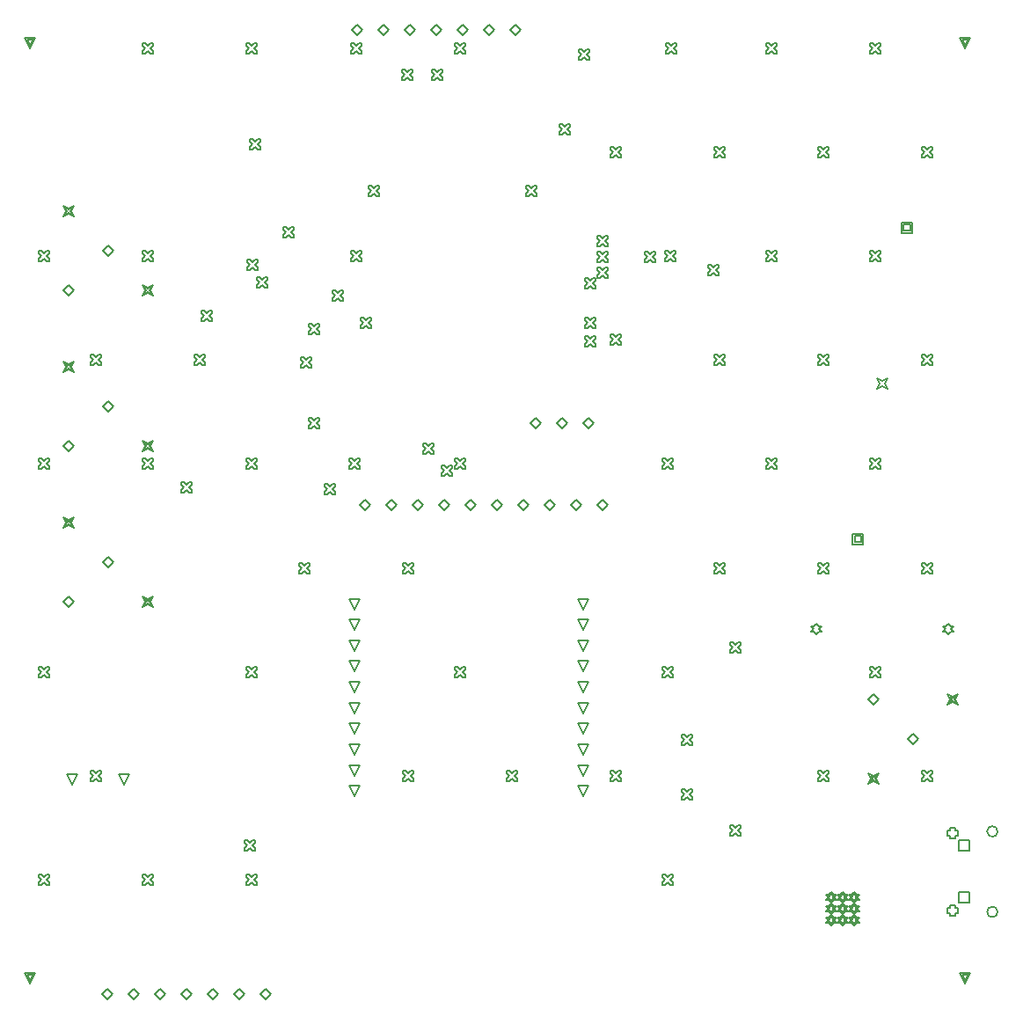
<source format=gbr>
%TF.GenerationSoftware,Altium Limited,Altium Designer,22.7.1 (60)*%
G04 Layer_Color=2752767*
%FSLAX43Y43*%
%MOMM*%
%TF.SameCoordinates,2B380584-264C-487A-9C59-0A3591007A03*%
%TF.FilePolarity,Positive*%
%TF.FileFunction,Drawing*%
%TF.Part,Single*%
G01*
G75*
%TA.AperFunction,NonConductor*%
%ADD69C,0.127*%
%ADD110C,0.169*%
D69*
X35941Y96266D02*
X36449Y96774D01*
X36957Y96266D01*
X36449Y95758D01*
X35941Y96266D01*
X38481D02*
X38989Y96774D01*
X39497Y96266D01*
X38989Y95758D01*
X38481Y96266D01*
X43561D02*
X44069Y96774D01*
X44577Y96266D01*
X44069Y95758D01*
X43561Y96266D01*
X48641D02*
X49149Y96774D01*
X49657Y96266D01*
X49149Y95758D01*
X48641Y96266D01*
X51181D02*
X51689Y96774D01*
X52197Y96266D01*
X51689Y95758D01*
X51181Y96266D01*
X46101D02*
X46609Y96774D01*
X47117Y96266D01*
X46609Y95758D01*
X46101Y96266D01*
X41021D02*
X41529Y96774D01*
X42037Y96266D01*
X41529Y95758D01*
X41021Y96266D01*
X27112Y3500D02*
X27620Y4008D01*
X28128Y3500D01*
X27620Y2992D01*
X27112Y3500D01*
X24572D02*
X25080Y4008D01*
X25588Y3500D01*
X25080Y2992D01*
X24572Y3500D01*
X19492D02*
X20000Y4008D01*
X20508Y3500D01*
X20000Y2992D01*
X19492Y3500D01*
X14412D02*
X14920Y4008D01*
X15428Y3500D01*
X14920Y2992D01*
X14412Y3500D01*
X11872D02*
X12380Y4008D01*
X12888Y3500D01*
X12380Y2992D01*
X11872Y3500D01*
X16952D02*
X17460Y4008D01*
X17968Y3500D01*
X17460Y2992D01*
X16952Y3500D01*
X22032D02*
X22540Y4008D01*
X23048Y3500D01*
X22540Y2992D01*
X22032Y3500D01*
X93546Y11261D02*
Y11007D01*
X94054D01*
Y11261D01*
X94308D01*
Y11769D01*
X94054D01*
Y12023D01*
X93546D01*
Y11769D01*
X93292D01*
Y11261D01*
X93546D01*
X94392Y12232D02*
Y13248D01*
X95408D01*
Y12232D01*
X94392D01*
X93546Y18711D02*
Y18457D01*
X94054D01*
Y18711D01*
X94308D01*
Y19219D01*
X94054D01*
Y19473D01*
X93546D01*
Y19219D01*
X93292D01*
Y18711D01*
X93546D01*
X94392Y17232D02*
Y18248D01*
X95408D01*
Y17232D01*
X94392D01*
X86514Y61728D02*
X86768Y62236D01*
X86514Y62744D01*
X87022Y62490D01*
X87530Y62744D01*
X87276Y62236D01*
X87530Y61728D01*
X87022Y61982D01*
X86514Y61728D01*
X93372Y38103D02*
X93626Y38357D01*
X93880D01*
X93626Y38611D01*
X93880Y38865D01*
X93626D01*
X93372Y39119D01*
X93118Y38865D01*
X92864D01*
X93118Y38611D01*
X92864Y38357D01*
X93118D01*
X93372Y38103D01*
X80672D02*
X80926Y38357D01*
X81180D01*
X80926Y38611D01*
X81180Y38865D01*
X80926D01*
X80672Y39119D01*
X80418Y38865D01*
X80164D01*
X80418Y38611D01*
X80164Y38357D01*
X80418D01*
X80672Y38103D01*
X88864Y76713D02*
Y77729D01*
X89880D01*
Y76713D01*
X88864D01*
X89067Y76916D02*
Y77526D01*
X89677D01*
Y76916D01*
X89067D01*
X84164Y46743D02*
Y47759D01*
X85180D01*
Y46743D01*
X84164D01*
X84367Y46946D02*
Y47556D01*
X84977D01*
Y46946D01*
X84367D01*
X36244Y40492D02*
X35736Y41508D01*
X36752D01*
X36244Y40492D01*
Y38492D02*
X35736Y39508D01*
X36752D01*
X36244Y38492D01*
Y36492D02*
X35736Y37508D01*
X36752D01*
X36244Y36492D01*
Y22492D02*
X35736Y23508D01*
X36752D01*
X36244Y22492D01*
Y24492D02*
X35736Y25508D01*
X36752D01*
X36244Y24492D01*
Y26492D02*
X35736Y27508D01*
X36752D01*
X36244Y26492D01*
Y28492D02*
X35736Y29508D01*
X36752D01*
X36244Y28492D01*
Y30492D02*
X35736Y31508D01*
X36752D01*
X36244Y30492D01*
Y32492D02*
X35736Y33508D01*
X36752D01*
X36244Y32492D01*
Y34492D02*
X35736Y35508D01*
X36752D01*
X36244Y34492D01*
X58244Y40492D02*
X57736Y41508D01*
X58752D01*
X58244Y40492D01*
Y38492D02*
X57736Y39508D01*
X58752D01*
X58244Y38492D01*
Y36492D02*
X57736Y37508D01*
X58752D01*
X58244Y36492D01*
Y22492D02*
X57736Y23508D01*
X58752D01*
X58244Y22492D01*
Y24492D02*
X57736Y25508D01*
X58752D01*
X58244Y24492D01*
Y26492D02*
X57736Y27508D01*
X58752D01*
X58244Y26492D01*
Y28492D02*
X57736Y29508D01*
X58752D01*
X58244Y28492D01*
Y30492D02*
X57736Y31508D01*
X58752D01*
X58244Y30492D01*
Y32492D02*
X57736Y33508D01*
X58752D01*
X58244Y32492D01*
Y34492D02*
X57736Y35508D01*
X58752D01*
X58244Y34492D01*
X58206Y58404D02*
X58714Y58912D01*
X59222Y58404D01*
X58714Y57896D01*
X58206Y58404D01*
X55666D02*
X56174Y58912D01*
X56682Y58404D01*
X56174Y57896D01*
X55666Y58404D01*
X53126D02*
X53634Y58912D01*
X54142Y58404D01*
X53634Y57896D01*
X53126Y58404D01*
X11992Y75000D02*
X12500Y75508D01*
X13008Y75000D01*
X12500Y74492D01*
X11992Y75000D01*
X8182Y71190D02*
X8690Y71698D01*
X9198Y71190D01*
X8690Y70682D01*
X8182Y71190D01*
Y78302D02*
X8436Y78810D01*
X8182Y79318D01*
X8690Y79064D01*
X9198Y79318D01*
X8944Y78810D01*
X9198Y78302D01*
X8690Y78556D01*
X8182Y78302D01*
X8385Y78505D02*
X8538Y78810D01*
X8385Y79115D01*
X8690Y78962D01*
X8995Y79115D01*
X8842Y78810D01*
X8995Y78505D01*
X8690Y78658D01*
X8385Y78505D01*
X15802Y70682D02*
X16056Y71190D01*
X15802Y71698D01*
X16310Y71444D01*
X16818Y71698D01*
X16564Y71190D01*
X16818Y70682D01*
X16310Y70936D01*
X15802Y70682D01*
X16005Y70885D02*
X16158Y71190D01*
X16005Y71495D01*
X16310Y71342D01*
X16615Y71495D01*
X16462Y71190D01*
X16615Y70885D01*
X16310Y71038D01*
X16005Y70885D01*
X11992Y60000D02*
X12500Y60508D01*
X13008Y60000D01*
X12500Y59492D01*
X11992Y60000D01*
X8182Y56190D02*
X8690Y56698D01*
X9198Y56190D01*
X8690Y55682D01*
X8182Y56190D01*
Y63302D02*
X8436Y63810D01*
X8182Y64318D01*
X8690Y64064D01*
X9198Y64318D01*
X8944Y63810D01*
X9198Y63302D01*
X8690Y63556D01*
X8182Y63302D01*
X8385Y63505D02*
X8538Y63810D01*
X8385Y64115D01*
X8690Y63962D01*
X8995Y64115D01*
X8842Y63810D01*
X8995Y63505D01*
X8690Y63658D01*
X8385Y63505D01*
X15802Y55682D02*
X16056Y56190D01*
X15802Y56698D01*
X16310Y56444D01*
X16818Y56698D01*
X16564Y56190D01*
X16818Y55682D01*
X16310Y55936D01*
X15802Y55682D01*
X16005Y55885D02*
X16158Y56190D01*
X16005Y56495D01*
X16310Y56342D01*
X16615Y56495D01*
X16462Y56190D01*
X16615Y55885D01*
X16310Y56038D01*
X16005Y55885D01*
X11992Y45000D02*
X12500Y45508D01*
X13008Y45000D01*
X12500Y44492D01*
X11992Y45000D01*
X8182Y41190D02*
X8690Y41698D01*
X9198Y41190D01*
X8690Y40682D01*
X8182Y41190D01*
Y48302D02*
X8436Y48810D01*
X8182Y49318D01*
X8690Y49064D01*
X9198Y49318D01*
X8944Y48810D01*
X9198Y48302D01*
X8690Y48556D01*
X8182Y48302D01*
X8385Y48505D02*
X8538Y48810D01*
X8385Y49115D01*
X8690Y48962D01*
X8995Y49115D01*
X8842Y48810D01*
X8995Y48505D01*
X8690Y48658D01*
X8385Y48505D01*
X15802Y40682D02*
X16056Y41190D01*
X15802Y41698D01*
X16310Y41444D01*
X16818Y41698D01*
X16564Y41190D01*
X16818Y40682D01*
X16310Y40936D01*
X15802Y40682D01*
X16005Y40885D02*
X16158Y41190D01*
X16005Y41495D01*
X16310Y41342D01*
X16615Y41495D01*
X16462Y41190D01*
X16615Y40885D01*
X16310Y41038D01*
X16005Y40885D01*
X89492Y28000D02*
X90000Y28508D01*
X90508Y28000D01*
X90000Y27492D01*
X89492Y28000D01*
X85682Y31810D02*
X86190Y32318D01*
X86698Y31810D01*
X86190Y31302D01*
X85682Y31810D01*
X93302Y31302D02*
X93556Y31810D01*
X93302Y32318D01*
X93810Y32064D01*
X94318Y32318D01*
X94064Y31810D01*
X94318Y31302D01*
X93810Y31556D01*
X93302Y31302D01*
X93505Y31505D02*
X93658Y31810D01*
X93505Y32115D01*
X93810Y31962D01*
X94115Y32115D01*
X93962Y31810D01*
X94115Y31505D01*
X93810Y31658D01*
X93505Y31505D01*
X85682Y23682D02*
X85936Y24190D01*
X85682Y24698D01*
X86190Y24444D01*
X86698Y24698D01*
X86444Y24190D01*
X86698Y23682D01*
X86190Y23936D01*
X85682Y23682D01*
X85885Y23885D02*
X86038Y24190D01*
X85885Y24495D01*
X86190Y24342D01*
X86495Y24495D01*
X86342Y24190D01*
X86495Y23885D01*
X86190Y24038D01*
X85885Y23885D01*
X36703Y50546D02*
X37211Y51054D01*
X37719Y50546D01*
X37211Y50038D01*
X36703Y50546D01*
X41783D02*
X42291Y51054D01*
X42799Y50546D01*
X42291Y50038D01*
X41783Y50546D01*
X46863D02*
X47371Y51054D01*
X47879Y50546D01*
X47371Y50038D01*
X46863Y50546D01*
X51943D02*
X52451Y51054D01*
X52959Y50546D01*
X52451Y50038D01*
X51943Y50546D01*
X59563D02*
X60071Y51054D01*
X60579Y50546D01*
X60071Y50038D01*
X59563Y50546D01*
X57023D02*
X57531Y51054D01*
X58039Y50546D01*
X57531Y50038D01*
X57023Y50546D01*
X54483D02*
X54991Y51054D01*
X55499Y50546D01*
X54991Y50038D01*
X54483Y50546D01*
X49403D02*
X49911Y51054D01*
X50419Y50546D01*
X49911Y50038D01*
X49403Y50546D01*
X44323D02*
X44831Y51054D01*
X45339Y50546D01*
X44831Y50038D01*
X44323Y50546D01*
X39243D02*
X39751Y51054D01*
X40259Y50546D01*
X39751Y50038D01*
X39243Y50546D01*
X9057Y23622D02*
X8549Y24638D01*
X9565D01*
X9057Y23622D01*
X14057D02*
X13549Y24638D01*
X14565D01*
X14057Y23622D01*
X5000Y4492D02*
X4492Y5508D01*
X5508D01*
X5000Y4492D01*
Y4695D02*
X4695Y5305D01*
X5305D01*
X5000Y4695D01*
X95000Y4492D02*
X94492Y5508D01*
X95508D01*
X95000Y4492D01*
Y4695D02*
X94695Y5305D01*
X95305D01*
X95000Y4695D01*
Y94492D02*
X94492Y95508D01*
X95508D01*
X95000Y94492D01*
Y94695D02*
X94695Y95305D01*
X95305D01*
X95000Y94695D01*
X5000Y94492D02*
X4492Y95508D01*
X5508D01*
X5000Y94492D01*
Y94695D02*
X4695Y95305D01*
X5305D01*
X5000Y94695D01*
X59563Y75438D02*
X59817D01*
X60071Y75692D01*
X60325Y75438D01*
X60579D01*
Y75692D01*
X60325Y75946D01*
X60579Y76200D01*
Y76454D01*
X60325D01*
X60071Y76200D01*
X59817Y76454D01*
X59563D01*
Y76200D01*
X59817Y75946D01*
X59563Y75692D01*
Y75438D01*
Y72390D02*
X59817D01*
X60071Y72644D01*
X60325Y72390D01*
X60579D01*
Y72644D01*
X60325Y72898D01*
X60579Y73152D01*
Y73406D01*
X60325D01*
X60071Y73152D01*
X59817Y73406D01*
X59563D01*
Y73152D01*
X59817Y72898D01*
X59563Y72644D01*
Y72390D01*
Y73914D02*
X59817D01*
X60071Y74168D01*
X60325Y73914D01*
X60579D01*
Y74168D01*
X60325Y74422D01*
X60579Y74676D01*
Y74930D01*
X60325D01*
X60071Y74676D01*
X59817Y74930D01*
X59563D01*
Y74676D01*
X59817Y74422D01*
X59563Y74168D01*
Y73914D01*
X66140Y93965D02*
X66394D01*
X66648Y94219D01*
X66902Y93965D01*
X67156D01*
Y94219D01*
X66902Y94473D01*
X67156Y94727D01*
Y94981D01*
X66902D01*
X66648Y94727D01*
X66394Y94981D01*
X66140D01*
Y94727D01*
X66394Y94473D01*
X66140Y94219D01*
Y93965D01*
X43614Y91440D02*
X43868D01*
X44122Y91694D01*
X44376Y91440D01*
X44630D01*
Y91694D01*
X44376Y91948D01*
X44630Y92202D01*
Y92456D01*
X44376D01*
X44122Y92202D01*
X43868Y92456D01*
X43614D01*
Y92202D01*
X43868Y91948D01*
X43614Y91694D01*
Y91440D01*
X35718Y53975D02*
X35972D01*
X36226Y54229D01*
X36480Y53975D01*
X36734D01*
Y54229D01*
X36480Y54483D01*
X36734Y54737D01*
Y54991D01*
X36480D01*
X36226Y54737D01*
X35972Y54991D01*
X35718D01*
Y54737D01*
X35972Y54483D01*
X35718Y54229D01*
Y53975D01*
X29337Y76242D02*
X29591D01*
X29845Y76496D01*
X30099Y76242D01*
X30353D01*
Y76496D01*
X30099Y76750D01*
X30353Y77004D01*
Y77258D01*
X30099D01*
X29845Y77004D01*
X29591Y77258D01*
X29337D01*
Y77004D01*
X29591Y76750D01*
X29337Y76496D01*
Y76242D01*
X66072Y73965D02*
X66326D01*
X66580Y74219D01*
X66834Y73965D01*
X67088D01*
Y74219D01*
X66834Y74473D01*
X67088Y74727D01*
Y74981D01*
X66834D01*
X66580Y74727D01*
X66326Y74981D01*
X66072D01*
Y74727D01*
X66326Y74473D01*
X66072Y74219D01*
Y73965D01*
X64103Y73914D02*
X64357D01*
X64611Y74168D01*
X64865Y73914D01*
X65119D01*
Y74168D01*
X64865Y74422D01*
X65119Y74676D01*
Y74930D01*
X64865D01*
X64611Y74676D01*
X64357Y74930D01*
X64103D01*
Y74676D01*
X64357Y74422D01*
X64103Y74168D01*
Y73914D01*
X5832Y73965D02*
X6086D01*
X6340Y74219D01*
X6594Y73965D01*
X6848D01*
Y74219D01*
X6594Y74473D01*
X6848Y74727D01*
Y74981D01*
X6594D01*
X6340Y74727D01*
X6086Y74981D01*
X5832D01*
Y74727D01*
X6086Y74473D01*
X5832Y74219D01*
Y73965D01*
X31038Y63758D02*
X31292D01*
X31546Y64012D01*
X31801Y63758D01*
X32055D01*
Y64012D01*
X31801Y64267D01*
X32055Y64521D01*
Y64774D01*
X31801D01*
X31546Y64521D01*
X31292Y64774D01*
X31038D01*
Y64521D01*
X31292Y64267D01*
X31038Y64012D01*
Y63758D01*
X31818Y66995D02*
X32072D01*
X32326Y67249D01*
X32580Y66995D01*
X32834D01*
Y67249D01*
X32580Y67503D01*
X32834Y67757D01*
Y68011D01*
X32580D01*
X32326Y67757D01*
X32072Y68011D01*
X31818D01*
Y67757D01*
X32072Y67503D01*
X31818Y67249D01*
Y66995D01*
X37523Y80264D02*
X37777D01*
X38031Y80518D01*
X38285Y80264D01*
X38539D01*
Y80518D01*
X38285Y80772D01*
X38539Y81026D01*
Y81280D01*
X38285D01*
X38031Y81026D01*
X37777Y81280D01*
X37523D01*
Y81026D01*
X37777Y80772D01*
X37523Y80518D01*
Y80264D01*
X31818Y57896D02*
X32072D01*
X32326Y58150D01*
X32580Y57896D01*
X32834D01*
Y58150D01*
X32580Y58404D01*
X32834Y58658D01*
Y58912D01*
X32580D01*
X32326Y58658D01*
X32072Y58912D01*
X31818D01*
Y58658D01*
X32072Y58404D01*
X31818Y58150D01*
Y57896D01*
X33321Y51520D02*
X33575D01*
X33829Y51774D01*
X34083Y51520D01*
X34337D01*
Y51774D01*
X34083Y52028D01*
X34337Y52282D01*
Y52536D01*
X34083D01*
X33829Y52282D01*
X33575Y52536D01*
X33321D01*
Y52282D01*
X33575Y52028D01*
X33321Y51774D01*
Y51520D01*
X35832Y73965D02*
X36086D01*
X36340Y74219D01*
X36594Y73965D01*
X36848D01*
Y74219D01*
X36594Y74473D01*
X36848Y74727D01*
Y74981D01*
X36594D01*
X36340Y74727D01*
X36086Y74981D01*
X35832D01*
Y74727D01*
X36086Y74473D01*
X35832Y74219D01*
Y73965D01*
X57785Y93345D02*
X58039D01*
X58293Y93599D01*
X58547Y93345D01*
X58801D01*
Y93599D01*
X58547Y93853D01*
X58801Y94107D01*
Y94361D01*
X58547D01*
X58293Y94107D01*
X58039Y94361D01*
X57785D01*
Y94107D01*
X58039Y93853D01*
X57785Y93599D01*
Y93345D01*
X19558Y51696D02*
X19812D01*
X20066Y51950D01*
X20320Y51696D01*
X20574D01*
Y51950D01*
X20320Y52204D01*
X20574Y52458D01*
Y52712D01*
X20320D01*
X20066Y52458D01*
X19812Y52712D01*
X19558D01*
Y52458D01*
X19812Y52204D01*
X19558Y51950D01*
Y51696D01*
X25908Y73152D02*
X26162D01*
X26416Y73406D01*
X26670Y73152D01*
X26924D01*
Y73406D01*
X26670Y73660D01*
X26924Y73914D01*
Y74168D01*
X26670D01*
X26416Y73914D01*
X26162Y74168D01*
X25908D01*
Y73914D01*
X26162Y73660D01*
X25908Y73406D01*
Y73152D01*
X34106Y70170D02*
X34360D01*
X34614Y70424D01*
X34868Y70170D01*
X35122D01*
Y70424D01*
X34868Y70678D01*
X35122Y70932D01*
Y71186D01*
X34868D01*
X34614Y70932D01*
X34360Y71186D01*
X34106D01*
Y70932D01*
X34360Y70678D01*
X34106Y70424D01*
Y70170D01*
X80832Y63965D02*
X81086D01*
X81340Y64219D01*
X81594Y63965D01*
X81848D01*
Y64219D01*
X81594Y64473D01*
X81848Y64727D01*
Y64981D01*
X81594D01*
X81340Y64727D01*
X81086Y64981D01*
X80832D01*
Y64727D01*
X81086Y64473D01*
X80832Y64219D01*
Y63965D01*
X85832Y93965D02*
X86086D01*
X86340Y94219D01*
X86594Y93965D01*
X86848D01*
Y94219D01*
X86594Y94473D01*
X86848Y94727D01*
Y94981D01*
X86594D01*
X86340Y94727D01*
X86086Y94981D01*
X85832D01*
Y94727D01*
X86086Y94473D01*
X85832Y94219D01*
Y93965D01*
X90832Y83965D02*
X91086D01*
X91340Y84219D01*
X91594Y83965D01*
X91848D01*
Y84219D01*
X91594Y84473D01*
X91848Y84727D01*
Y84981D01*
X91594D01*
X91340Y84727D01*
X91086Y84981D01*
X90832D01*
Y84727D01*
X91086Y84473D01*
X90832Y84219D01*
Y83965D01*
X85832Y73965D02*
X86086D01*
X86340Y74219D01*
X86594Y73965D01*
X86848D01*
Y74219D01*
X86594Y74473D01*
X86848Y74727D01*
Y74981D01*
X86594D01*
X86340Y74727D01*
X86086Y74981D01*
X85832D01*
Y74727D01*
X86086Y74473D01*
X85832Y74219D01*
Y73965D01*
X90832Y63965D02*
X91086D01*
X91340Y64219D01*
X91594Y63965D01*
X91848D01*
Y64219D01*
X91594Y64473D01*
X91848Y64727D01*
Y64981D01*
X91594D01*
X91340Y64727D01*
X91086Y64981D01*
X90832D01*
Y64727D01*
X91086Y64473D01*
X90832Y64219D01*
Y63965D01*
X85832Y53965D02*
X86086D01*
X86340Y54219D01*
X86594Y53965D01*
X86848D01*
Y54219D01*
X86594Y54473D01*
X86848Y54727D01*
Y54981D01*
X86594D01*
X86340Y54727D01*
X86086Y54981D01*
X85832D01*
Y54727D01*
X86086Y54473D01*
X85832Y54219D01*
Y53965D01*
X90832Y43965D02*
X91086D01*
X91340Y44219D01*
X91594Y43965D01*
X91848D01*
Y44219D01*
X91594Y44473D01*
X91848Y44727D01*
Y44981D01*
X91594D01*
X91340Y44727D01*
X91086Y44981D01*
X90832D01*
Y44727D01*
X91086Y44473D01*
X90832Y44219D01*
Y43965D01*
X85832Y33965D02*
X86086D01*
X86340Y34219D01*
X86594Y33965D01*
X86848D01*
Y34219D01*
X86594Y34473D01*
X86848Y34727D01*
Y34981D01*
X86594D01*
X86340Y34727D01*
X86086Y34981D01*
X85832D01*
Y34727D01*
X86086Y34473D01*
X85832Y34219D01*
Y33965D01*
X90832Y23965D02*
X91086D01*
X91340Y24219D01*
X91594Y23965D01*
X91848D01*
Y24219D01*
X91594Y24473D01*
X91848Y24727D01*
Y24981D01*
X91594D01*
X91340Y24727D01*
X91086Y24981D01*
X90832D01*
Y24727D01*
X91086Y24473D01*
X90832Y24219D01*
Y23965D01*
X75832Y93965D02*
X76086D01*
X76340Y94219D01*
X76594Y93965D01*
X76848D01*
Y94219D01*
X76594Y94473D01*
X76848Y94727D01*
Y94981D01*
X76594D01*
X76340Y94727D01*
X76086Y94981D01*
X75832D01*
Y94727D01*
X76086Y94473D01*
X75832Y94219D01*
Y93965D01*
X80832Y83965D02*
X81086D01*
X81340Y84219D01*
X81594Y83965D01*
X81848D01*
Y84219D01*
X81594Y84473D01*
X81848Y84727D01*
Y84981D01*
X81594D01*
X81340Y84727D01*
X81086Y84981D01*
X80832D01*
Y84727D01*
X81086Y84473D01*
X80832Y84219D01*
Y83965D01*
X75832Y73965D02*
X76086D01*
X76340Y74219D01*
X76594Y73965D01*
X76848D01*
Y74219D01*
X76594Y74473D01*
X76848Y74727D01*
Y74981D01*
X76594D01*
X76340Y74727D01*
X76086Y74981D01*
X75832D01*
Y74727D01*
X76086Y74473D01*
X75832Y74219D01*
Y73965D01*
Y53965D02*
X76086D01*
X76340Y54219D01*
X76594Y53965D01*
X76848D01*
Y54219D01*
X76594Y54473D01*
X76848Y54727D01*
Y54981D01*
X76594D01*
X76340Y54727D01*
X76086Y54981D01*
X75832D01*
Y54727D01*
X76086Y54473D01*
X75832Y54219D01*
Y53965D01*
X80832Y43965D02*
X81086D01*
X81340Y44219D01*
X81594Y43965D01*
X81848D01*
Y44219D01*
X81594Y44473D01*
X81848Y44727D01*
Y44981D01*
X81594D01*
X81340Y44727D01*
X81086Y44981D01*
X80832D01*
Y44727D01*
X81086Y44473D01*
X80832Y44219D01*
Y43965D01*
Y23965D02*
X81086D01*
X81340Y24219D01*
X81594Y23965D01*
X81848D01*
Y24219D01*
X81594Y24473D01*
X81848Y24727D01*
Y24981D01*
X81594D01*
X81340Y24727D01*
X81086Y24981D01*
X80832D01*
Y24727D01*
X81086Y24473D01*
X80832Y24219D01*
Y23965D01*
X70832Y83965D02*
X71086D01*
X71340Y84219D01*
X71594Y83965D01*
X71848D01*
Y84219D01*
X71594Y84473D01*
X71848Y84727D01*
Y84981D01*
X71594D01*
X71340Y84727D01*
X71086Y84981D01*
X70832D01*
Y84727D01*
X71086Y84473D01*
X70832Y84219D01*
Y83965D01*
Y63965D02*
X71086D01*
X71340Y64219D01*
X71594Y63965D01*
X71848D01*
Y64219D01*
X71594Y64473D01*
X71848Y64727D01*
Y64981D01*
X71594D01*
X71340Y64727D01*
X71086Y64981D01*
X70832D01*
Y64727D01*
X71086Y64473D01*
X70832Y64219D01*
Y63965D01*
X65832Y53965D02*
X66086D01*
X66340Y54219D01*
X66594Y53965D01*
X66848D01*
Y54219D01*
X66594Y54473D01*
X66848Y54727D01*
Y54981D01*
X66594D01*
X66340Y54727D01*
X66086Y54981D01*
X65832D01*
Y54727D01*
X66086Y54473D01*
X65832Y54219D01*
Y53965D01*
X70832Y43965D02*
X71086D01*
X71340Y44219D01*
X71594Y43965D01*
X71848D01*
Y44219D01*
X71594Y44473D01*
X71848Y44727D01*
Y44981D01*
X71594D01*
X71340Y44727D01*
X71086Y44981D01*
X70832D01*
Y44727D01*
X71086Y44473D01*
X70832Y44219D01*
Y43965D01*
X65832Y33965D02*
X66086D01*
X66340Y34219D01*
X66594Y33965D01*
X66848D01*
Y34219D01*
X66594Y34473D01*
X66848Y34727D01*
Y34981D01*
X66594D01*
X66340Y34727D01*
X66086Y34981D01*
X65832D01*
Y34727D01*
X66086Y34473D01*
X65832Y34219D01*
Y33965D01*
Y13965D02*
X66086D01*
X66340Y14219D01*
X66594Y13965D01*
X66848D01*
Y14219D01*
X66594Y14473D01*
X66848Y14727D01*
Y14981D01*
X66594D01*
X66340Y14727D01*
X66086Y14981D01*
X65832D01*
Y14727D01*
X66086Y14473D01*
X65832Y14219D01*
Y13965D01*
X60832Y83965D02*
X61086D01*
X61340Y84219D01*
X61594Y83965D01*
X61848D01*
Y84219D01*
X61594Y84473D01*
X61848Y84727D01*
Y84981D01*
X61594D01*
X61340Y84727D01*
X61086Y84981D01*
X60832D01*
Y84727D01*
X61086Y84473D01*
X60832Y84219D01*
Y83965D01*
Y23965D02*
X61086D01*
X61340Y24219D01*
X61594Y23965D01*
X61848D01*
Y24219D01*
X61594Y24473D01*
X61848Y24727D01*
Y24981D01*
X61594D01*
X61340Y24727D01*
X61086Y24981D01*
X60832D01*
Y24727D01*
X61086Y24473D01*
X60832Y24219D01*
Y23965D01*
X45832Y93965D02*
X46086D01*
X46340Y94219D01*
X46594Y93965D01*
X46848D01*
Y94219D01*
X46594Y94473D01*
X46848Y94727D01*
Y94981D01*
X46594D01*
X46340Y94727D01*
X46086Y94981D01*
X45832D01*
Y94727D01*
X46086Y94473D01*
X45832Y94219D01*
Y93965D01*
Y53965D02*
X46086D01*
X46340Y54219D01*
X46594Y53965D01*
X46848D01*
Y54219D01*
X46594Y54473D01*
X46848Y54727D01*
Y54981D01*
X46594D01*
X46340Y54727D01*
X46086Y54981D01*
X45832D01*
Y54727D01*
X46086Y54473D01*
X45832Y54219D01*
Y53965D01*
Y33965D02*
X46086D01*
X46340Y34219D01*
X46594Y33965D01*
X46848D01*
Y34219D01*
X46594Y34473D01*
X46848Y34727D01*
Y34981D01*
X46594D01*
X46340Y34727D01*
X46086Y34981D01*
X45832D01*
Y34727D01*
X46086Y34473D01*
X45832Y34219D01*
Y33965D01*
X50832Y23965D02*
X51086D01*
X51340Y24219D01*
X51594Y23965D01*
X51848D01*
Y24219D01*
X51594Y24473D01*
X51848Y24727D01*
Y24981D01*
X51594D01*
X51340Y24727D01*
X51086Y24981D01*
X50832D01*
Y24727D01*
X51086Y24473D01*
X50832Y24219D01*
Y23965D01*
X35832Y93965D02*
X36086D01*
X36340Y94219D01*
X36594Y93965D01*
X36848D01*
Y94219D01*
X36594Y94473D01*
X36848Y94727D01*
Y94981D01*
X36594D01*
X36340Y94727D01*
X36086Y94981D01*
X35832D01*
Y94727D01*
X36086Y94473D01*
X35832Y94219D01*
Y93965D01*
X40832Y43965D02*
X41086D01*
X41340Y44219D01*
X41594Y43965D01*
X41848D01*
Y44219D01*
X41594Y44473D01*
X41848Y44727D01*
Y44981D01*
X41594D01*
X41340Y44727D01*
X41086Y44981D01*
X40832D01*
Y44727D01*
X41086Y44473D01*
X40832Y44219D01*
Y43965D01*
Y23965D02*
X41086D01*
X41340Y24219D01*
X41594Y23965D01*
X41848D01*
Y24219D01*
X41594Y24473D01*
X41848Y24727D01*
Y24981D01*
X41594D01*
X41340Y24727D01*
X41086Y24981D01*
X40832D01*
Y24727D01*
X41086Y24473D01*
X40832Y24219D01*
Y23965D01*
X25832Y93965D02*
X26086D01*
X26340Y94219D01*
X26594Y93965D01*
X26848D01*
Y94219D01*
X26594Y94473D01*
X26848Y94727D01*
Y94981D01*
X26594D01*
X26340Y94727D01*
X26086Y94981D01*
X25832D01*
Y94727D01*
X26086Y94473D01*
X25832Y94219D01*
Y93965D01*
Y53965D02*
X26086D01*
X26340Y54219D01*
X26594Y53965D01*
X26848D01*
Y54219D01*
X26594Y54473D01*
X26848Y54727D01*
Y54981D01*
X26594D01*
X26340Y54727D01*
X26086Y54981D01*
X25832D01*
Y54727D01*
X26086Y54473D01*
X25832Y54219D01*
Y53965D01*
X30832Y43965D02*
X31086D01*
X31340Y44219D01*
X31594Y43965D01*
X31848D01*
Y44219D01*
X31594Y44473D01*
X31848Y44727D01*
Y44981D01*
X31594D01*
X31340Y44727D01*
X31086Y44981D01*
X30832D01*
Y44727D01*
X31086Y44473D01*
X30832Y44219D01*
Y43965D01*
X25832Y33965D02*
X26086D01*
X26340Y34219D01*
X26594Y33965D01*
X26848D01*
Y34219D01*
X26594Y34473D01*
X26848Y34727D01*
Y34981D01*
X26594D01*
X26340Y34727D01*
X26086Y34981D01*
X25832D01*
Y34727D01*
X26086Y34473D01*
X25832Y34219D01*
Y33965D01*
Y13965D02*
X26086D01*
X26340Y14219D01*
X26594Y13965D01*
X26848D01*
Y14219D01*
X26594Y14473D01*
X26848Y14727D01*
Y14981D01*
X26594D01*
X26340Y14727D01*
X26086Y14981D01*
X25832D01*
Y14727D01*
X26086Y14473D01*
X25832Y14219D01*
Y13965D01*
X15832Y93965D02*
X16086D01*
X16340Y94219D01*
X16594Y93965D01*
X16848D01*
Y94219D01*
X16594Y94473D01*
X16848Y94727D01*
Y94981D01*
X16594D01*
X16340Y94727D01*
X16086Y94981D01*
X15832D01*
Y94727D01*
X16086Y94473D01*
X15832Y94219D01*
Y93965D01*
Y73965D02*
X16086D01*
X16340Y74219D01*
X16594Y73965D01*
X16848D01*
Y74219D01*
X16594Y74473D01*
X16848Y74727D01*
Y74981D01*
X16594D01*
X16340Y74727D01*
X16086Y74981D01*
X15832D01*
Y74727D01*
X16086Y74473D01*
X15832Y74219D01*
Y73965D01*
X20832Y63965D02*
X21086D01*
X21340Y64219D01*
X21594Y63965D01*
X21848D01*
Y64219D01*
X21594Y64473D01*
X21848Y64727D01*
Y64981D01*
X21594D01*
X21340Y64727D01*
X21086Y64981D01*
X20832D01*
Y64727D01*
X21086Y64473D01*
X20832Y64219D01*
Y63965D01*
X15832Y53965D02*
X16086D01*
X16340Y54219D01*
X16594Y53965D01*
X16848D01*
Y54219D01*
X16594Y54473D01*
X16848Y54727D01*
Y54981D01*
X16594D01*
X16340Y54727D01*
X16086Y54981D01*
X15832D01*
Y54727D01*
X16086Y54473D01*
X15832Y54219D01*
Y53965D01*
Y13965D02*
X16086D01*
X16340Y14219D01*
X16594Y13965D01*
X16848D01*
Y14219D01*
X16594Y14473D01*
X16848Y14727D01*
Y14981D01*
X16594D01*
X16340Y14727D01*
X16086Y14981D01*
X15832D01*
Y14727D01*
X16086Y14473D01*
X15832Y14219D01*
Y13965D01*
X10832Y63965D02*
X11086D01*
X11340Y64219D01*
X11594Y63965D01*
X11848D01*
Y64219D01*
X11594Y64473D01*
X11848Y64727D01*
Y64981D01*
X11594D01*
X11340Y64727D01*
X11086Y64981D01*
X10832D01*
Y64727D01*
X11086Y64473D01*
X10832Y64219D01*
Y63965D01*
X5832Y53965D02*
X6086D01*
X6340Y54219D01*
X6594Y53965D01*
X6848D01*
Y54219D01*
X6594Y54473D01*
X6848Y54727D01*
Y54981D01*
X6594D01*
X6340Y54727D01*
X6086Y54981D01*
X5832D01*
Y54727D01*
X6086Y54473D01*
X5832Y54219D01*
Y53965D01*
Y33965D02*
X6086D01*
X6340Y34219D01*
X6594Y33965D01*
X6848D01*
Y34219D01*
X6594Y34473D01*
X6848Y34727D01*
Y34981D01*
X6594D01*
X6340Y34727D01*
X6086Y34981D01*
X5832D01*
Y34727D01*
X6086Y34473D01*
X5832Y34219D01*
Y33965D01*
X10832Y23965D02*
X11086D01*
X11340Y24219D01*
X11594Y23965D01*
X11848D01*
Y24219D01*
X11594Y24473D01*
X11848Y24727D01*
Y24981D01*
X11594D01*
X11340Y24727D01*
X11086Y24981D01*
X10832D01*
Y24727D01*
X11086Y24473D01*
X10832Y24219D01*
Y23965D01*
X5832Y13965D02*
X6086D01*
X6340Y14219D01*
X6594Y13965D01*
X6848D01*
Y14219D01*
X6594Y14473D01*
X6848Y14727D01*
Y14981D01*
X6594D01*
X6340Y14727D01*
X6086Y14981D01*
X5832D01*
Y14727D01*
X6086Y14473D01*
X5832Y14219D01*
Y13965D01*
X26776Y71431D02*
X27030D01*
X27284Y71685D01*
X27538Y71431D01*
X27792D01*
Y71685D01*
X27538Y71939D01*
X27792Y72193D01*
Y72447D01*
X27538D01*
X27284Y72193D01*
X27030Y72447D01*
X26776D01*
Y72193D01*
X27030Y71939D01*
X26776Y71685D01*
Y71431D01*
X60832Y65978D02*
X61086D01*
X61340Y66232D01*
X61594Y65978D01*
X61848D01*
Y66232D01*
X61594Y66486D01*
X61848Y66740D01*
Y66994D01*
X61594D01*
X61340Y66740D01*
X61086Y66994D01*
X60832D01*
Y66740D01*
X61086Y66486D01*
X60832Y66232D01*
Y65978D01*
X36803Y67564D02*
X37057D01*
X37311Y67818D01*
X37565Y67564D01*
X37819D01*
Y67818D01*
X37565Y68072D01*
X37819Y68326D01*
Y68580D01*
X37565D01*
X37311Y68326D01*
X37057Y68580D01*
X36803D01*
Y68326D01*
X37057Y68072D01*
X36803Y67818D01*
Y67564D01*
X26133Y84709D02*
X26387D01*
X26641Y84963D01*
X26895Y84709D01*
X27149D01*
Y84963D01*
X26895Y85217D01*
X27149Y85471D01*
Y85725D01*
X26895D01*
X26641Y85471D01*
X26387Y85725D01*
X26133D01*
Y85471D01*
X26387Y85217D01*
X26133Y84963D01*
Y84709D01*
X44611Y53340D02*
X44865D01*
X45119Y53594D01*
X45373Y53340D01*
X45627D01*
Y53594D01*
X45373Y53848D01*
X45627Y54102D01*
Y54356D01*
X45373D01*
X45119Y54102D01*
X44865Y54356D01*
X44611D01*
Y54102D01*
X44865Y53848D01*
X44611Y53594D01*
Y53340D01*
X42847Y55470D02*
X43101D01*
X43355Y55724D01*
X43609Y55470D01*
X43863D01*
Y55724D01*
X43609Y55978D01*
X43863Y56232D01*
Y56486D01*
X43609D01*
X43355Y56232D01*
X43101Y56486D01*
X42847D01*
Y56232D01*
X43101Y55978D01*
X42847Y55724D01*
Y55470D01*
X25615Y17232D02*
X25869D01*
X26123Y17486D01*
X26377Y17232D01*
X26631D01*
Y17486D01*
X26377Y17740D01*
X26631Y17994D01*
Y18248D01*
X26377D01*
X26123Y17994D01*
X25869Y18248D01*
X25615D01*
Y17994D01*
X25869Y17740D01*
X25615Y17486D01*
Y17232D01*
X84285Y12276D02*
X84539Y12530D01*
X84793D01*
X84539Y12784D01*
X84793Y13038D01*
X84539D01*
X84285Y13292D01*
X84031Y13038D01*
X83777D01*
X84031Y12784D01*
X83777Y12530D01*
X84031D01*
X84285Y12276D01*
Y12479D02*
X84437Y12632D01*
X84590D01*
X84437Y12784D01*
X84590Y12936D01*
X84437D01*
X84285Y13089D01*
X84133Y12936D01*
X83980D01*
X84133Y12784D01*
X83980Y12632D01*
X84133D01*
X84285Y12479D01*
Y11176D02*
X84539Y11430D01*
X84793D01*
X84539Y11684D01*
X84793Y11938D01*
X84539D01*
X84285Y12192D01*
X84031Y11938D01*
X83777D01*
X84031Y11684D01*
X83777Y11430D01*
X84031D01*
X84285Y11176D01*
Y11379D02*
X84437Y11532D01*
X84590D01*
X84437Y11684D01*
X84590Y11836D01*
X84437D01*
X84285Y11989D01*
X84133Y11836D01*
X83980D01*
X84133Y11684D01*
X83980Y11532D01*
X84133D01*
X84285Y11379D01*
X83185Y12276D02*
X83439Y12530D01*
X83693D01*
X83439Y12784D01*
X83693Y13038D01*
X83439D01*
X83185Y13292D01*
X82931Y13038D01*
X82677D01*
X82931Y12784D01*
X82677Y12530D01*
X82931D01*
X83185Y12276D01*
Y12479D02*
X83337Y12632D01*
X83490D01*
X83337Y12784D01*
X83490Y12936D01*
X83337D01*
X83185Y13089D01*
X83033Y12936D01*
X82880D01*
X83033Y12784D01*
X82880Y12632D01*
X83033D01*
X83185Y12479D01*
Y11176D02*
X83439Y11430D01*
X83693D01*
X83439Y11684D01*
X83693Y11938D01*
X83439D01*
X83185Y12192D01*
X82931Y11938D01*
X82677D01*
X82931Y11684D01*
X82677Y11430D01*
X82931D01*
X83185Y11176D01*
Y11379D02*
X83337Y11532D01*
X83490D01*
X83337Y11684D01*
X83490Y11836D01*
X83337D01*
X83185Y11989D01*
X83033Y11836D01*
X82880D01*
X83033Y11684D01*
X82880Y11532D01*
X83033D01*
X83185Y11379D01*
X82085Y11176D02*
X82339Y11430D01*
X82593D01*
X82339Y11684D01*
X82593Y11938D01*
X82339D01*
X82085Y12192D01*
X81831Y11938D01*
X81577D01*
X81831Y11684D01*
X81577Y11430D01*
X81831D01*
X82085Y11176D01*
Y11379D02*
X82237Y11532D01*
X82390D01*
X82237Y11684D01*
X82390Y11836D01*
X82237D01*
X82085Y11989D01*
X81933Y11836D01*
X81780D01*
X81933Y11684D01*
X81780Y11532D01*
X81933D01*
X82085Y11379D01*
X84285Y10076D02*
X84539Y10330D01*
X84793D01*
X84539Y10584D01*
X84793Y10838D01*
X84539D01*
X84285Y11092D01*
X84031Y10838D01*
X83777D01*
X84031Y10584D01*
X83777Y10330D01*
X84031D01*
X84285Y10076D01*
Y10279D02*
X84437Y10432D01*
X84590D01*
X84437Y10584D01*
X84590Y10736D01*
X84437D01*
X84285Y10889D01*
X84133Y10736D01*
X83980D01*
X84133Y10584D01*
X83980Y10432D01*
X84133D01*
X84285Y10279D01*
X83185Y10076D02*
X83439Y10330D01*
X83693D01*
X83439Y10584D01*
X83693Y10838D01*
X83439D01*
X83185Y11092D01*
X82931Y10838D01*
X82677D01*
X82931Y10584D01*
X82677Y10330D01*
X82931D01*
X83185Y10076D01*
Y10279D02*
X83337Y10432D01*
X83490D01*
X83337Y10584D01*
X83490Y10736D01*
X83337D01*
X83185Y10889D01*
X83033Y10736D01*
X82880D01*
X83033Y10584D01*
X82880Y10432D01*
X83033D01*
X83185Y10279D01*
X82085Y12276D02*
X82339Y12530D01*
X82593D01*
X82339Y12784D01*
X82593Y13038D01*
X82339D01*
X82085Y13292D01*
X81831Y13038D01*
X81577D01*
X81831Y12784D01*
X81577Y12530D01*
X81831D01*
X82085Y12276D01*
Y12479D02*
X82237Y12632D01*
X82390D01*
X82237Y12784D01*
X82390Y12936D01*
X82237D01*
X82085Y13089D01*
X81933Y12936D01*
X81780D01*
X81933Y12784D01*
X81780Y12632D01*
X81933D01*
X82085Y12479D01*
Y10076D02*
X82339Y10330D01*
X82593D01*
X82339Y10584D01*
X82593Y10838D01*
X82339D01*
X82085Y11092D01*
X81831Y10838D01*
X81577D01*
X81831Y10584D01*
X81577Y10330D01*
X81831D01*
X82085Y10076D01*
Y10279D02*
X82237Y10432D01*
X82390D01*
X82237Y10584D01*
X82390Y10736D01*
X82237D01*
X82085Y10889D01*
X81933Y10736D01*
X81780D01*
X81933Y10584D01*
X81780Y10432D01*
X81933D01*
X82085Y10279D01*
X40773Y91440D02*
X41027D01*
X41281Y91694D01*
X41535Y91440D01*
X41789D01*
Y91694D01*
X41535Y91948D01*
X41789Y92202D01*
Y92456D01*
X41535D01*
X41281Y92202D01*
X41027Y92456D01*
X40773D01*
Y92202D01*
X41027Y91948D01*
X40773Y91694D01*
Y91440D01*
X58420Y67564D02*
X58674D01*
X58928Y67818D01*
X59182Y67564D01*
X59436D01*
Y67818D01*
X59182Y68072D01*
X59436Y68326D01*
Y68580D01*
X59182D01*
X58928Y68326D01*
X58674Y68580D01*
X58420D01*
Y68326D01*
X58674Y68072D01*
X58420Y67818D01*
Y67564D01*
Y65786D02*
X58674D01*
X58928Y66040D01*
X59182Y65786D01*
X59436D01*
Y66040D01*
X59182Y66294D01*
X59436Y66548D01*
Y66802D01*
X59182D01*
X58928Y66548D01*
X58674Y66802D01*
X58420D01*
Y66548D01*
X58674Y66294D01*
X58420Y66040D01*
Y65786D01*
X21463Y68199D02*
X21717D01*
X21971Y68453D01*
X22225Y68199D01*
X22479D01*
Y68453D01*
X22225Y68707D01*
X22479Y68961D01*
Y69215D01*
X22225D01*
X21971Y68961D01*
X21717Y69215D01*
X21463D01*
Y68961D01*
X21717Y68707D01*
X21463Y68453D01*
Y68199D01*
X72390Y18669D02*
X72644D01*
X72898Y18923D01*
X73152Y18669D01*
X73406D01*
Y18923D01*
X73152Y19177D01*
X73406Y19431D01*
Y19685D01*
X73152D01*
X72898Y19431D01*
X72644Y19685D01*
X72390D01*
Y19431D01*
X72644Y19177D01*
X72390Y18923D01*
Y18669D01*
Y36322D02*
X72644D01*
X72898Y36576D01*
X73152Y36322D01*
X73406D01*
Y36576D01*
X73152Y36830D01*
X73406Y37084D01*
Y37338D01*
X73152D01*
X72898Y37084D01*
X72644Y37338D01*
X72390D01*
Y37084D01*
X72644Y36830D01*
X72390Y36576D01*
Y36322D01*
X67675Y27416D02*
X67929D01*
X68183Y27670D01*
X68437Y27416D01*
X68691D01*
Y27670D01*
X68437Y27924D01*
X68691Y28178D01*
Y28432D01*
X68437D01*
X68183Y28178D01*
X67929Y28432D01*
X67675D01*
Y28178D01*
X67929Y27924D01*
X67675Y27670D01*
Y27416D01*
Y22209D02*
X67929D01*
X68183Y22463D01*
X68437Y22209D01*
X68691D01*
Y22463D01*
X68437Y22717D01*
X68691Y22971D01*
Y23225D01*
X68437D01*
X68183Y22971D01*
X67929Y23225D01*
X67675D01*
Y22971D01*
X67929Y22717D01*
X67675Y22463D01*
Y22209D01*
X52705Y80264D02*
X52959D01*
X53213Y80518D01*
X53467Y80264D01*
X53721D01*
Y80518D01*
X53467Y80772D01*
X53721Y81026D01*
Y81280D01*
X53467D01*
X53213Y81026D01*
X52959Y81280D01*
X52705D01*
Y81026D01*
X52959Y80772D01*
X52705Y80518D01*
Y80264D01*
X70231Y72644D02*
X70485D01*
X70739Y72898D01*
X70993Y72644D01*
X71247D01*
Y72898D01*
X70993Y73152D01*
X71247Y73406D01*
Y73660D01*
X70993D01*
X70739Y73406D01*
X70485Y73660D01*
X70231D01*
Y73406D01*
X70485Y73152D01*
X70231Y72898D01*
Y72644D01*
X58420Y71374D02*
X58674D01*
X58928Y71628D01*
X59182Y71374D01*
X59436D01*
Y71628D01*
X59182Y71882D01*
X59436Y72136D01*
Y72390D01*
X59182D01*
X58928Y72136D01*
X58674Y72390D01*
X58420D01*
Y72136D01*
X58674Y71882D01*
X58420Y71628D01*
Y71374D01*
X55960Y86153D02*
X56214D01*
X56468Y86407D01*
X56722Y86153D01*
X56976D01*
Y86407D01*
X56722Y86661D01*
X56976Y86915D01*
Y87169D01*
X56722D01*
X56468Y86915D01*
X56214Y87169D01*
X55960D01*
Y86915D01*
X56214Y86661D01*
X55960Y86407D01*
Y86153D01*
D110*
X98108Y11365D02*
G03*
X98108Y11365I-508J0D01*
G01*
Y19115D02*
G03*
X98108Y19115I-508J0D01*
G01*
%TF.MD5,bd3424e820b7ff13239bdfa56b4a3598*%
M02*

</source>
